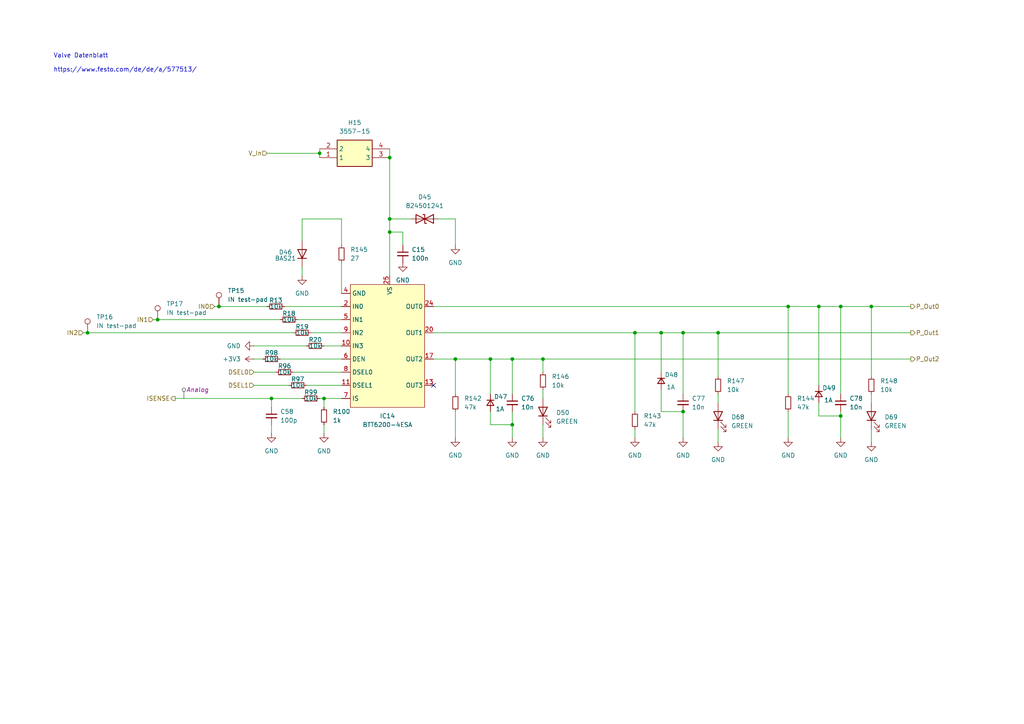
<source format=kicad_sch>
(kicad_sch (version 20231120) (generator "eeschema") (generator_version "8.0")
  (paper "A4")
  (title_block (title "PDU FT25") (date "2024-11-23") (rev "V1.1") (company "Janek Herm") (comment 1 "FaSTTUBe Electronics"))
  (lib_symbols
    (symbol "3557-15:3557-15"
      (property "Reference" "H" (at 16.51 7.62 0))
      (property "Value" "3557-15" (at 16.51 5.08 0))
      (symbol "3557-15_1_1"
        (rectangle (start 5.08 2.54) (end 15.24 -5.08) (stroke (width 0.254)) (fill (type background)))
        (pin passive line (at 0 -2.54 0) (length 5.08) (name "1") (number "1"))
        (pin passive line (at 0 0 0) (length 5.08) (name "2") (number "2"))
        (pin passive line (at 20.32 -2.54 180) (length 5.08) (name "3") (number "3"))
        (pin passive line (at 20.32 0 180) (length 5.08) (name "4") (number "4"))
      )
    )
    (symbol "Connector:TestPoint" (pin_numbers hide) (pin_names (offset 0.762) hide)
      (property "Reference" "TP" (at 0 6.858 0))
      (property "Value" "TestPoint" (at 0 5.08 0))
      (symbol "TestPoint_0_1"
        (circle (center 0 3.302) (radius 0.762))
      )
      (symbol "TestPoint_1_1"
        (pin passive line (at 0 0 90) (length 2.54) (name "1") (number "1"))
      )
    )
    (symbol "Device:C_Small" (pin_numbers hide) (pin_names (offset 0.254) hide)
      (property "Reference" "C" (at 0.254 1.778 0))
      (property "Value" "C_Small" (at 0.254 -2.032 0))
      (symbol "C_Small_0_1"
        (polyline (pts (xy -1.524 -0.508) (xy 1.524 -0.508)) (stroke (width 0.3302)))
        (polyline (pts (xy -1.524 0.508) (xy 1.524 0.508)) (stroke (width 0.3048)))
      )
      (symbol "C_Small_1_1"
        (pin passive line (at 0 2.54 270) (length 2.032) (name "~") (number "1"))
        (pin passive line (at 0 -2.54 90) (length 2.032) (name "~") (number "2"))
      )
    )
    (symbol "Device:D_Small" (pin_numbers hide) (pin_names (offset 0.254) hide)
      (property "Reference" "D" (at -1.27 2.032 0))
      (property "Value" "D_Small" (at -3.81 -2.032 0))
      (symbol "D_Small_0_1"
        (polyline (pts (xy -0.762 -1.016) (xy -0.762 1.016)) (stroke (width 0.254)))
        (polyline (pts (xy -0.762 0) (xy 0.762 0)))
        (polyline (pts (xy 0.762 -1.016) (xy -0.762 0) (xy 0.762 1.016) (xy 0.762 -1.016)) (stroke (width 0.254)))
      )
      (symbol "D_Small_1_1"
        (pin passive line (at -2.54 0 0) (length 1.778) (name "K") (number "1"))
        (pin passive line (at 2.54 0 180) (length 1.778) (name "A") (number "2"))
      )
    )
    (symbol "Device:D_TVS" (pin_numbers hide) (pin_names (offset 1.016) hide)
      (property "Reference" "D" (at 0 2.54 0))
      (property "Value" "D_TVS" (at 0 -2.54 0))
      (symbol "D_TVS_0_1"
        (polyline (pts (xy 1.27 0) (xy -1.27 0)))
        (polyline (pts (xy 0.508 1.27) (xy 0 1.27) (xy 0 -1.27) (xy -0.508 -1.27)) (stroke (width 0.254)))
        (polyline (pts (xy -2.54 1.27) (xy -2.54 -1.27) (xy 2.54 1.27) (xy 2.54 -1.27) (xy -2.54 1.27)) (stroke (width 0.254)))
      )
      (symbol "D_TVS_1_1"
        (pin passive line (at -3.81 0 0) (length 2.54) (name "A1") (number "1"))
        (pin passive line (at 3.81 0 180) (length 2.54) (name "A2") (number "2"))
      )
    )
    (symbol "Device:LED" (pin_numbers hide) (pin_names (offset 1.016) hide)
      (property "Reference" "D" (at 0 2.54 0))
      (property "Value" "LED" (at 0 -2.54 0))
      (symbol "LED_0_1"
        (polyline (pts (xy -1.27 -1.27) (xy -1.27 1.27)) (stroke (width 0.254)))
        (polyline (pts (xy -1.27 0) (xy 1.27 0)))
        (polyline (pts (xy 1.27 -1.27) (xy 1.27 1.27) (xy -1.27 0) (xy 1.27 -1.27)) (stroke (width 0.254)))
        (polyline (pts (xy -3.048 -0.762) (xy -4.572 -2.286) (xy -3.81 -2.286) (xy -4.572 -2.286) (xy -4.572 -1.524)))
        (polyline (pts (xy -1.778 -0.762) (xy -3.302 -2.286) (xy -2.54 -2.286) (xy -3.302 -2.286) (xy -3.302 -1.524)))
      )
      (symbol "LED_1_1"
        (pin passive line (at -3.81 0 0) (length 2.54) (name "K") (number "1"))
        (pin passive line (at 3.81 0 180) (length 2.54) (name "A") (number "2"))
      )
    )
    (symbol "Device:R_Small" (pin_numbers hide) (pin_names (offset 0.254) hide)
      (property "Reference" "R" (at 0.762 0.508 0))
      (property "Value" "R_Small" (at 0.762 -1.016 0))
      (symbol "R_Small_0_1"
        (rectangle (start -0.762 1.778) (end 0.762 -1.778) (stroke (width 0.2032)))
      )
      (symbol "R_Small_1_1"
        (pin passive line (at 0 2.54 270) (length 0.762) (name "~") (number "1"))
        (pin passive line (at 0 -2.54 90) (length 0.762) (name "~") (number "2"))
      )
    )
    (symbol "Diode:BAS21" (pin_numbers hide) (pin_names hide)
      (property "Reference" "D" (at 0 2.54 0))
      (property "Value" "BAS21" (at 0 -2.54 0))
      (symbol "BAS21_0_1"
        (polyline (pts (xy -1.27 1.27) (xy -1.27 -1.27)) (stroke (width 0.254)))
        (polyline (pts (xy 1.27 0) (xy -1.27 0)))
        (polyline (pts (xy 1.27 1.27) (xy 1.27 -1.27) (xy -1.27 0) (xy 1.27 1.27)) (stroke (width 0.254)))
      )
      (symbol "BAS21_1_1"
        (pin passive line (at 3.81 0 180) (length 2.54) (name "A") (number "1"))
        (pin no_connect line (at -1.27 0 0) (length 2.54) hide (name "NC") (number "2"))
        (pin passive line (at -3.81 0 0) (length 2.54) (name "K") (number "3"))
      )
    )
    (symbol "FaSTTUBe_Power-Switches:BTT6200-4ESA"
      (property "Reference" "IC" (at 0 -41.91 0))
      (property "Value" "BTT6200-4ESA" (at 0 -43.942 0))
      (symbol "BTT6200-4ESA_1_1"
        (rectangle (start -11.43 -5.08) (end 10.16 -40.64) (fill (type background)))
        (pin input line (at -13.97 -22.86 0) (length 2.54) (name "IN3") (number "10"))
        (pin input line (at -13.97 -34.29 0) (length 2.54) (name "DSEL1") (number "11"))
        (pin output line (at 12.7 -34.29 180) (length 2.54) (name "OUT3") (number "13"))
        (pin output line (at 12.7 -26.67 180) (length 2.54) (name "OUT2") (number "17"))
        (pin input line (at -13.97 -11.43 0) (length 2.54) (name "IN0") (number "2"))
        (pin output line (at 12.7 -19.05 180) (length 2.54) (name "OUT1") (number "20"))
        (pin output line (at 12.7 -11.43 180) (length 2.54) (name "OUT0") (number "24"))
        (pin passive line (at 0 -2.54 270) (length 2.54) (name "VS") (number "25"))
        (pin passive line (at -13.97 -7.62 0) (length 2.54) (name "GND") (number "4"))
        (pin input line (at -13.97 -15.24 0) (length 2.54) (name "IN1") (number "5"))
        (pin input line (at -13.97 -26.67 0) (length 2.54) (name "DEN") (number "6"))
        (pin input line (at -13.97 -38.1 0) (length 2.54) (name "IS") (number "7"))
        (pin input line (at -13.97 -30.48 0) (length 2.54) (name "DSEL0") (number "8"))
        (pin input line (at -13.97 -19.05 0) (length 2.54) (name "IN2") (number "9"))
      )
    )
    (symbol "power:+3V3" (power) (pin_numbers hide) (pin_names (offset 0) hide)
      (property "Value" "+3V3" (at 0 3.556 0))
      (symbol "+3V3_0_1"
        (polyline (pts (xy -0.762 1.27) (xy 0 2.54)))
        (polyline (pts (xy 0 0) (xy 0 2.54)))
        (polyline (pts (xy 0 2.54) (xy 0.762 1.27)))
      )
      (symbol "+3V3_1_1"
        (pin power_in line (at 0 0 90) (length 0) (name "~") (number "1"))
      )
    )
    (symbol "power:GND" (power) (pin_numbers hide) (pin_names (offset 0) hide)
      (property "Value" "GND" (at 0 -3.81 0))
      (symbol "GND_0_1"
        (polyline (pts (xy 0 0) (xy 0 -1.27) (xy 1.27 -1.27) (xy 0 -2.54) (xy -1.27 -1.27) (xy 0 -1.27)))
      )
      (symbol "GND_1_1"
        (pin power_in line (at 0 0 270) (length 0) (name "~") (number "1"))
      )
    )
  )
  (junction (at 93.98 115.57))
  (junction (at 243.84 88.9))
  (junction (at 208.28 96.52))
  (junction (at 237.49 88.9))
  (junction (at 198.12 119.38))
  (junction (at 113.03 45.72))
  (junction (at 45.72 92.71))
  (junction (at 252.73 88.9))
  (junction (at 157.48 104.14))
  (junction (at 184.15 96.52))
  (junction (at 142.24 104.14))
  (junction (at 148.59 104.14))
  (junction (at 148.59 123.19))
  (junction (at 113.03 63.5))
  (junction (at 78.74 115.57))
  (junction (at 191.77 96.52))
  (junction (at 63.5 88.9))
  (junction (at 132.08 104.14))
  (junction (at 198.12 96.52))
  (junction (at 243.84 120.65))
  (junction (at 25.4 96.52))
  (junction (at 228.6 88.9))
  (junction (at 113.03 67.31))
  (junction (at 92.71 44.45))
  (no_connect (at 125.73 111.76))
  (wire (pts (xy 116.84 71.12) (xy 116.84 67.31)))
  (wire (pts (xy 228.6 119.38) (xy 228.6 127)))
  (wire (pts (xy 252.73 124.46) (xy 252.73 128.27)))
  (wire (pts (xy 86.36 92.71) (xy 99.06 92.71)))
  (wire (pts (xy 87.63 77.47) (xy 87.63 80.01)))
  (wire (pts (xy 50.8 115.57) (xy 78.74 115.57)))
  (wire (pts (xy 184.15 124.46) (xy 184.15 127)))
  (wire (pts (xy 243.84 88.9) (xy 243.84 114.3)))
  (wire (pts (xy 252.73 88.9) (xy 252.73 109.22)))
  (wire (pts (xy 208.28 124.46) (xy 208.28 128.27)))
  (wire (pts (xy 148.59 119.38) (xy 148.59 123.19)))
  (wire (pts (xy 73.66 107.95) (xy 80.01 107.95)))
  (wire (pts (xy 191.77 113.03) (xy 191.77 119.38)))
  (wire (pts (xy 93.98 115.57) (xy 99.06 115.57)))
  (wire (pts (xy 142.24 104.14) (xy 148.59 104.14)))
  (wire (pts (xy 184.15 96.52) (xy 184.15 119.38)))
  (wire (pts (xy 237.49 120.65) (xy 243.84 120.65)))
  (wire (pts (xy 99.06 85.09) (xy 99.06 76.2)))
  (wire (pts (xy 148.59 104.14) (xy 157.48 104.14)))
  (wire (pts (xy 99.06 63.5) (xy 87.63 63.5)))
  (wire (pts (xy 73.66 111.76) (xy 83.82 111.76)))
  (wire (pts (xy 62.23 88.9) (xy 63.5 88.9)))
  (wire (pts (xy 157.48 104.14) (xy 157.48 107.95)))
  (wire (pts (xy 157.48 113.03) (xy 157.48 115.57)))
  (wire (pts (xy 243.84 88.9) (xy 252.73 88.9)))
  (wire (pts (xy 87.63 63.5) (xy 87.63 69.85)))
  (wire (pts (xy 243.84 120.65) (xy 243.84 127)))
  (wire (pts (xy 113.03 67.31) (xy 113.03 80.01)))
  (wire (pts (xy 125.73 96.52) (xy 184.15 96.52)))
  (wire (pts (xy 113.03 45.72) (xy 113.03 63.5)))
  (wire (pts (xy 113.03 63.5) (xy 119.38 63.5)))
  (wire (pts (xy 148.59 123.19) (xy 148.59 127)))
  (wire (pts (xy 198.12 96.52) (xy 208.28 96.52)))
  (wire (pts (xy 132.08 71.12) (xy 132.08 63.5)))
  (wire (pts (xy 77.47 44.45) (xy 92.71 44.45)))
  (wire (pts (xy 132.08 119.38) (xy 132.08 127)))
  (wire (pts (xy 93.98 100.33) (xy 99.06 100.33)))
  (wire (pts (xy 191.77 96.52) (xy 184.15 96.52)))
  (wire (pts (xy 45.72 92.71) (xy 81.28 92.71)))
  (wire (pts (xy 113.03 63.5) (xy 113.03 67.31)))
  (wire (pts (xy 81.28 104.14) (xy 99.06 104.14)))
  (wire (pts (xy 73.66 100.33) (xy 88.9 100.33)))
  (wire (pts (xy 237.49 88.9) (xy 237.49 111.76)))
  (wire (pts (xy 78.74 123.19) (xy 78.74 125.73)))
  (wire (pts (xy 208.28 96.52) (xy 264.16 96.52)))
  (wire (pts (xy 208.28 114.3) (xy 208.28 116.84)))
  (wire (pts (xy 92.71 43.18) (xy 92.71 44.45)))
  (wire (pts (xy 198.12 96.52) (xy 198.12 114.3)))
  (wire (pts (xy 191.77 119.38) (xy 198.12 119.38)))
  (wire (pts (xy 63.5 88.9) (xy 77.47 88.9)))
  (wire (pts (xy 157.48 104.14) (xy 264.16 104.14)))
  (wire (pts (xy 252.73 88.9) (xy 264.16 88.9)))
  (wire (pts (xy 125.73 88.9) (xy 228.6 88.9)))
  (wire (pts (xy 142.24 104.14) (xy 142.24 114.3)))
  (wire (pts (xy 191.77 96.52) (xy 191.77 107.95)))
  (wire (pts (xy 157.48 123.19) (xy 157.48 127)))
  (wire (pts (xy 116.84 67.31) (xy 113.03 67.31)))
  (wire (pts (xy 228.6 88.9) (xy 237.49 88.9)))
  (wire (pts (xy 78.74 115.57) (xy 87.63 115.57)))
  (wire (pts (xy 44.45 92.71) (xy 45.72 92.71)))
  (wire (pts (xy 142.24 123.19) (xy 148.59 123.19)))
  (wire (pts (xy 92.71 115.57) (xy 93.98 115.57)))
  (wire (pts (xy 208.28 96.52) (xy 208.28 109.22)))
  (wire (pts (xy 125.73 104.14) (xy 132.08 104.14)))
  (wire (pts (xy 113.03 43.18) (xy 113.03 45.72)))
  (wire (pts (xy 198.12 119.38) (xy 198.12 127)))
  (wire (pts (xy 252.73 114.3) (xy 252.73 116.84)))
  (wire (pts (xy 99.06 71.12) (xy 99.06 63.5)))
  (wire (pts (xy 85.09 107.95) (xy 99.06 107.95)))
  (wire (pts (xy 148.59 104.14) (xy 148.59 114.3)))
  (wire (pts (xy 228.6 88.9) (xy 228.6 114.3)))
  (wire (pts (xy 82.55 88.9) (xy 99.06 88.9)))
  (wire (pts (xy 93.98 115.57) (xy 93.98 118.11)))
  (wire (pts (xy 93.98 123.19) (xy 93.98 125.73)))
  (wire (pts (xy 92.71 44.45) (xy 92.71 45.72)))
  (wire (pts (xy 237.49 116.84) (xy 237.49 120.65)))
  (wire (pts (xy 73.66 104.14) (xy 76.2 104.14)))
  (wire (pts (xy 90.17 96.52) (xy 99.06 96.52)))
  (wire (pts (xy 88.9 111.76) (xy 99.06 111.76)))
  (wire (pts (xy 25.4 96.52) (xy 85.09 96.52)))
  (wire (pts (xy 243.84 119.38) (xy 243.84 120.65)))
  (wire (pts (xy 142.24 119.38) (xy 142.24 123.19)))
  (wire (pts (xy 132.08 104.14) (xy 142.24 104.14)))
  (wire (pts (xy 132.08 63.5) (xy 127 63.5)))
  (wire (pts (xy 191.77 96.52) (xy 198.12 96.52)))
  (wire (pts (xy 132.08 104.14) (xy 132.08 114.3)))
  (wire (pts (xy 24.13 96.52) (xy 25.4 96.52)))
  (wire (pts (xy 237.49 88.9) (xy 243.84 88.9)))
  (wire (pts (xy 78.74 115.57) (xy 78.74 118.11)))
  (text "Valve Datenblatt\n\nhttps://www.festo.com/de/de/a/577513/" (at 15.494 18.288 0) (effects (font (size 1.27 1.27)) (justify left)))
  (hierarchical_label "ISENSE" (shape output) (at 50.8 115.57 180))
  (hierarchical_label "P_Out2" (shape output) (at 264.16 104.14 0))
  (hierarchical_label "DSEL1" (shape input) (at 73.66 111.76 180))
  (hierarchical_label "IN0" (shape input) (at 62.23 88.9 180))
  (hierarchical_label "DSEL0" (shape input) (at 73.66 107.95 180))
  (hierarchical_label "IN1" (shape input) (at 44.45 92.71 180))
  (hierarchical_label "P_Out1" (shape output) (at 264.16 96.52 0))
  (hierarchical_label "P_Out0" (shape output) (at 264.16 88.9 0))
  (hierarchical_label "IN2" (shape input) (at 24.13 96.52 180))
  (hierarchical_label "V_In" (shape input) (at 77.47 44.45 180))
  (netclass_flag "" (length 2.54) (shape round) (at 53.34 115.57 0) (property "Netclass" "Analog" (at 54.0385 113.03 0) (effects (font (italic yes)) (justify left))))
  (symbol (lib_id "power:GND") (at 116.84 76.2 0) (unit 1)
    (property "Reference" "#PWR023" (effects (hide yes)))
    (property "Value" "GND" (at 116.84 81.28 0))
    (property "Description" "Power symbol creates a global label with name \"GND\" , ground" (effects (hide yes)))
  )
  (symbol (lib_id "Diode:BAS21") (at 87.63 73.66 90) (unit 1)
    (property "Reference" "D46" (at 82.804 73.152 90))
    (property "Value" "BAS21" (at 82.804 74.93 90))
    (property "Footprint" "Package_TO_SOT_SMD:SOT-23" (effects (hide yes)))
    (property "Datasheet" "https://www.diodes.com/assets/Datasheets/Ds12004.pdf" (effects (hide yes)))
    (property "Description" "250V, 0.4A, High-speed Switching Diode, SOT-23" (effects (hide yes)))
  )
  (symbol (lib_id "Device:C_Small") (at 78.74 120.65 0) (unit 1)
    (property "Reference" "C58" (at 81.28 119.3862 0) (effects (justify left)))
    (property "Value" "100p" (at 81.28 121.9262 0) (effects (justify left)))
    (property "Footprint" "Capacitor_SMD:C_0603_1608Metric" (effects (hide yes)))
    (property "Description" "Unpolarized capacitor, small symbol" (effects (hide yes)))
  )
  (symbol (lib_id "power:GND") (at 73.66 100.33 270) (unit 1)
    (property "Reference" "#PWR033" (effects (hide yes)))
    (property "Value" "GND" (at 69.85 100.3299 90) (effects (justify right)))
    (property "Description" "Power symbol creates a global label with name \"GND\" , ground" (effects (hide yes)))
  )
  (symbol (lib_id "power:GND") (at 184.15 127 0) (unit 1)
    (property "Reference" "#PWR042" (effects (hide yes)))
    (property "Value" "GND" (at 184.15 132.08 0))
    (property "Description" "Power symbol creates a global label with name \"GND\" , ground" (effects (hide yes)))
  )
  (symbol (lib_id "Connector:TestPoint") (at 63.5 88.9 0) (unit 1)
    (property "Reference" "TP15" (at 66.04 84.3279 0) (effects (justify left)))
    (property "Value" "IN test-pad" (at 66.04 86.8679 0) (effects (justify left)))
    (property "Footprint" "5025:5025" (effects (hide yes)))
    (property "Description" "test point" (effects (hide yes)))
  )
  (symbol (lib_id "power:GND") (at 252.73 128.27 0) (unit 1)
    (property "Reference" "#PWR0200" (effects (hide yes)))
    (property "Value" "GND" (at 252.73 133.35 0))
    (property "Description" "Power symbol creates a global label with name \"GND\" , ground" (effects (hide yes)))
  )
  (symbol (lib_id "Device:R_Small") (at 91.44 100.33 90) (unit 1)
    (property "Reference" "R20" (at 91.44 98.552 90))
    (property "Value" "10k" (at 91.44 100.33 90))
    (property "Footprint" "Resistor_SMD:R_0603_1608Metric" (effects (hide yes)))
    (property "Description" "Resistor, small symbol" (effects (hide yes)))
  )
  (symbol (lib_id "Device:R_Small") (at 83.82 92.71 90) (unit 1)
    (property "Reference" "R18" (at 83.82 90.932 90))
    (property "Value" "10k" (at 83.82 92.71 90))
    (property "Footprint" "Resistor_SMD:R_0603_1608Metric" (effects (hide yes)))
    (property "Description" "Resistor, small symbol" (effects (hide yes)))
  )
  (symbol (lib_id "FaSTTUBe_Power-Switches:BTT6200-4ESA") (at 113.03 77.47 0) (unit 1)
    (property "Reference" "IC14" (at 112.395 120.65 0))
    (property "Value" "BTT6200-4ESA" (at 112.395 123.19 0))
    (property "Footprint" "BTT6200-4ESA:SOP65P600X115-25N" (effects (hide yes)))
    (property "Datasheet" "https://www.infineon.com/dgdl/Infineon-BTT6200-4ESA-DS-v01_00-EN.pdf?fileId=5546d46269e1c019016a22035b660d8d" (effects (hide yes)))
  )
  (symbol (lib_id "Device:R_Small") (at 78.74 104.14 90) (unit 1)
    (property "Reference" "R98" (at 78.74 102.362 90))
    (property "Value" "10k" (at 78.74 104.14 90))
    (property "Footprint" "Resistor_SMD:R_0603_1608Metric" (effects (hide yes)))
    (property "Description" "Resistor, small symbol" (effects (hide yes)))
  )
  (symbol (lib_id "Device:C_Small") (at 198.12 116.84 0) (unit 1)
    (property "Reference" "C77" (at 200.66 115.5762 0) (effects (justify left)))
    (property "Value" "10n" (at 200.66 118.1162 0) (effects (justify left)))
    (property "Footprint" "Capacitor_SMD:C_0603_1608Metric" (effects (hide yes)))
    (property "Description" "Unpolarized capacitor, small symbol" (effects (hide yes)))
  )
  (symbol (lib_id "Device:R_Small") (at 184.15 121.92 0) (unit 1)
    (property "Reference" "R143" (at 186.69 120.6499 0) (effects (justify left)))
    (property "Value" "47k" (at 186.69 123.1899 0) (effects (justify left)))
    (property "Footprint" "Resistor_SMD:R_0603_1608Metric" (effects (hide yes)))
    (property "Description" "Resistor, small symbol" (effects (hide yes)))
  )
  (symbol (lib_id "power:GND") (at 148.59 127 0) (unit 1)
    (property "Reference" "#PWR041" (effects (hide yes)))
    (property "Value" "GND" (at 148.59 132.08 0))
    (property "Description" "Power symbol creates a global label with name \"GND\" , ground" (effects (hide yes)))
  )
  (symbol (lib_id "Device:C_Small") (at 148.59 116.84 0) (unit 1)
    (property "Reference" "C76" (at 151.13 115.5762 0) (effects (justify left)))
    (property "Value" "10n" (at 151.13 118.1162 0) (effects (justify left)))
    (property "Footprint" "Capacitor_SMD:C_0603_1608Metric" (effects (hide yes)))
    (property "Description" "Unpolarized capacitor, small symbol" (effects (hide yes)))
  )
  (symbol (lib_id "power:GND") (at 243.84 127 0) (unit 1)
    (property "Reference" "#PWR0152" (effects (hide yes)))
    (property "Value" "GND" (at 243.84 132.08 0))
    (property "Description" "Power symbol creates a global label with name \"GND\" , ground" (effects (hide yes)))
  )
  (symbol (lib_id "Device:R_Small") (at 208.28 111.76 0) (unit 1)
    (property "Reference" "R147" (at 210.82 110.4899 0) (effects (justify left)))
    (property "Value" "10k" (at 210.82 113.0299 0) (effects (justify left)))
    (property "Footprint" "Resistor_SMD:R_0603_1608Metric" (effects (hide yes)))
    (property "Description" "Resistor, small symbol" (effects (hide yes)))
  )
  (symbol (lib_id "Device:C_Small") (at 243.84 116.84 0) (unit 1)
    (property "Reference" "C78" (at 246.38 115.5762 0) (effects (justify left)))
    (property "Value" "10n" (at 246.38 118.1162 0) (effects (justify left)))
    (property "Footprint" "Capacitor_SMD:C_0603_1608Metric" (effects (hide yes)))
    (property "Description" "Unpolarized capacitor, small symbol" (effects (hide yes)))
  )
  (symbol (lib_id "Device:R_Small") (at 132.08 116.84 0) (unit 1)
    (property "Reference" "R142" (at 134.62 115.5699 0) (effects (justify left)))
    (property "Value" "47k" (at 134.62 118.1099 0) (effects (justify left)))
    (property "Footprint" "Resistor_SMD:R_0603_1608Metric" (effects (hide yes)))
    (property "Description" "Resistor, small symbol" (effects (hide yes)))
  )
  (symbol (lib_id "power:+3V3") (at 73.66 104.14 90) (unit 1)
    (property "Reference" "#PWR026" (effects (hide yes)))
    (property "Value" "+3V3" (at 69.85 104.1399 90) (effects (justify left)))
    (property "Description" "Power symbol creates a global label with name \"+3V3\"" (effects (hide yes)))
  )
  (symbol (lib_id "Device:D_Small") (at 237.49 114.3 270) (unit 1)
    (property "Reference" "D49" (at 238.506 112.5219 90) (effects (justify left)))
    (property "Value" "1A" (at 239.014 116.0779 90) (effects (justify left)))
    (property "Footprint" "Diode_SMD:D_SOD-123F" (effects (hide yes)))
    (property "Datasheet" "https://www.mouser.de/datasheet/2/389/stpst1h100-3107187.pdf" (effects (hide yes)))
    (property "Description" "Diode, small symbol" (effects (hide yes)))
    (property "Sim.Device" "D" (effects (hide yes)))
    (property "Sim.Pins" "1=K 2=A" (effects (hide yes)))
  )
  (symbol (lib_id "Device:D_Small") (at 191.77 110.49 270) (unit 1)
    (property "Reference" "D48" (at 192.786 108.7119 90) (effects (justify left)))
    (property "Value" "1A" (at 193.294 112.2679 90) (effects (justify left)))
    (property "Footprint" "Diode_SMD:D_SOD-123F" (effects (hide yes)))
    (property "Datasheet" "https://www.mouser.de/datasheet/2/389/stpst1h100-3107187.pdf" (effects (hide yes)))
    (property "Description" "Diode, small symbol" (effects (hide yes)))
    (property "Sim.Device" "D" (effects (hide yes)))
    (property "Sim.Pins" "1=K 2=A" (effects (hide yes)))
  )
  (symbol (lib_id "power:GND") (at 157.48 127 0) (unit 1)
    (property "Reference" "#PWR0198" (effects (hide yes)))
    (property "Value" "GND" (at 157.48 132.08 0))
    (property "Description" "Power symbol creates a global label with name \"GND\" , ground" (effects (hide yes)))
  )
  (symbol (lib_id "Device:R_Small") (at 228.6 116.84 0) (unit 1)
    (property "Reference" "R144" (at 231.14 115.5699 0) (effects (justify left)))
    (property "Value" "47k" (at 231.14 118.1099 0) (effects (justify left)))
    (property "Footprint" "Resistor_SMD:R_0603_1608Metric" (effects (hide yes)))
    (property "Description" "Resistor, small symbol" (effects (hide yes)))
  )
  (symbol (lib_id "Device:LED") (at 252.73 120.65 90) (unit 1)
    (property "Reference" "D69" (at 256.54 120.9674 90) (effects (justify right)))
    (property "Value" "GREEN" (at 256.54 123.5074 90) (effects (justify right)))
    (property "Footprint" "LED_SMD:LED_0603_1608Metric" (effects (hide yes)))
    (property "Datasheet" "https://www.we-online.com/components/products/datasheet/150060VS75000.pdf" (effects (hide yes)))
    (property "Description" "Light emitting diode" (effects (hide yes)))
    (property "MPR" "150060VS75000" (effects (hide yes)))
  )
  (symbol (lib_id "Device:R_Small") (at 93.98 120.65 180) (unit 1)
    (property "Reference" "R100" (at 96.52 119.3799 0) (effects (justify right)))
    (property "Value" "1k" (at 96.52 121.9199 0) (effects (justify right)))
    (property "Footprint" "Resistor_SMD:R_0603_1608Metric" (effects (hide yes)))
    (property "Description" "Resistor, small symbol" (effects (hide yes)))
  )
  (symbol (lib_id "Device:R_Small") (at 90.17 115.57 90) (unit 1)
    (property "Reference" "R99" (at 90.17 113.792 90))
    (property "Value" "10k" (at 90.17 115.57 90))
    (property "Footprint" "Resistor_SMD:R_0603_1608Metric" (effects (hide yes)))
    (property "Description" "Resistor, small symbol" (effects (hide yes)))
  )
  (symbol (lib_id "Device:R_Small") (at 252.73 111.76 0) (unit 1)
    (property "Reference" "R148" (at 255.27 110.4899 0) (effects (justify left)))
    (property "Value" "10k" (at 255.27 113.0299 0) (effects (justify left)))
    (property "Footprint" "Resistor_SMD:R_0603_1608Metric" (effects (hide yes)))
    (property "Description" "Resistor, small symbol" (effects (hide yes)))
  )
  (symbol (lib_id "Device:LED") (at 157.48 119.38 90) (unit 1)
    (property "Reference" "D50" (at 161.29 119.6974 90) (effects (justify right)))
    (property "Value" "GREEN" (at 161.29 122.2374 90) (effects (justify right)))
    (property "Footprint" "LED_SMD:LED_0603_1608Metric" (effects (hide yes)))
    (property "Datasheet" "https://www.we-online.com/components/products/datasheet/150060VS75000.pdf" (effects (hide yes)))
    (property "Description" "Light emitting diode" (effects (hide yes)))
    (property "MPR" "150060VS75000" (effects (hide yes)))
  )
  (symbol (lib_id "power:GND") (at 208.28 128.27 0) (unit 1)
    (property "Reference" "#PWR0199" (effects (hide yes)))
    (property "Value" "GND" (at 208.28 133.35 0))
    (property "Description" "Power symbol creates a global label with name \"GND\" , ground" (effects (hide yes)))
  )
  (symbol (lib_id "Device:R_Small") (at 82.55 107.95 90) (unit 1)
    (property "Reference" "R96" (at 82.55 106.172 90))
    (property "Value" "10k" (at 82.55 107.95 90))
    (property "Footprint" "Resistor_SMD:R_0603_1608Metric" (effects (hide yes)))
    (property "Description" "Resistor, small symbol" (effects (hide yes)))
  )
  (symbol (lib_id "Connector:TestPoint") (at 45.72 92.71 0) (unit 1)
    (property "Reference" "TP17" (at 48.26 88.1379 0) (effects (justify left)))
    (property "Value" "IN test-pad" (at 48.26 90.6779 0) (effects (justify left)))
    (property "Footprint" "5025:5025" (effects (hide yes)))
    (property "Description" "test point" (effects (hide yes)))
  )
  (symbol (lib_id "power:GND") (at 78.74 125.73 0) (unit 1)
    (property "Reference" "#PWR032" (effects (hide yes)))
    (property "Value" "GND" (at 78.74 130.81 0))
    (property "Description" "Power symbol creates a global label with name \"GND\" , ground" (effects (hide yes)))
  )
  (symbol (lib_id "Device:R_Small") (at 99.06 73.66 0) (unit 1)
    (property "Reference" "R145" (at 101.6 72.3899 0) (effects (justify left)))
    (property "Value" "27" (at 101.6 74.9299 0) (effects (justify left)))
    (property "Footprint" "Resistor_SMD:R_0603_1608Metric" (effects (hide yes)))
    (property "Description" "Resistor, small symbol" (effects (hide yes)))
  )
  (symbol (lib_id "Connector:TestPoint") (at 25.4 96.52 0) (unit 1)
    (property "Reference" "TP16" (at 27.94 91.9479 0) (effects (justify left)))
    (property "Value" "IN test-pad" (at 27.94 94.4879 0) (effects (justify left)))
    (property "Footprint" "5025:5025" (effects (hide yes)))
    (property "Description" "test point" (effects (hide yes)))
  )
  (symbol (lib_id "Device:R_Small") (at 157.48 110.49 0) (unit 1)
    (property "Reference" "R146" (at 160.02 109.2199 0) (effects (justify left)))
    (property "Value" "10k" (at 160.02 111.7599 0) (effects (justify left)))
    (property "Footprint" "Resistor_SMD:R_0603_1608Metric" (effects (hide yes)))
    (property "Description" "Resistor, small symbol" (effects (hide yes)))
  )
  (symbol (lib_id "Device:R_Small") (at 86.36 111.76 90) (unit 1)
    (property "Reference" "R97" (at 86.36 109.982 90))
    (property "Value" "10k" (at 86.36 111.76 90))
    (property "Footprint" "Resistor_SMD:R_0603_1608Metric" (effects (hide yes)))
    (property "Description" "Resistor, small symbol" (effects (hide yes)))
  )
  (symbol (lib_id "power:GND") (at 132.08 71.12 0) (unit 1)
    (property "Reference" "#PWR025" (effects (hide yes)))
    (property "Value" "GND" (at 132.08 76.2 0))
    (property "Description" "Power symbol creates a global label with name \"GND\" , ground" (effects (hide yes)))
  )
  (symbol (lib_id "power:GND") (at 228.6 127 0) (unit 1)
    (property "Reference" "#PWR0151" (effects (hide yes)))
    (property "Value" "GND" (at 228.6 132.08 0))
    (property "Description" "Power symbol creates a global label with name \"GND\" , ground" (effects (hide yes)))
  )
  (symbol (lib_id "Device:D_Small") (at 142.24 116.84 270) (unit 1)
    (property "Reference" "D47" (at 143.256 115.0619 90) (effects (justify left)))
    (property "Value" "1A" (at 143.764 118.6179 90) (effects (justify left)))
    (property "Footprint" "Diode_SMD:D_SOD-123F" (effects (hide yes)))
    (property "Datasheet" "https://www.mouser.de/datasheet/2/389/stpst1h100-3107187.pdf" (effects (hide yes)))
    (property "Description" "Diode, small symbol" (effects (hide yes)))
    (property "Sim.Device" "D" (effects (hide yes)))
    (property "Sim.Pins" "1=K 2=A" (effects (hide yes)))
  )
  (symbol (lib_id "power:GND") (at 93.98 125.73 0) (unit 1)
    (property "Reference" "#PWR027" (effects (hide yes)))
    (property "Value" "GND" (at 93.98 130.81 0))
    (property "Description" "Power symbol creates a global label with name \"GND\" , ground" (effects (hide yes)))
  )
  (symbol (lib_id "power:GND") (at 87.63 80.01 0) (unit 1)
    (property "Reference" "#PWR0153" (effects (hide yes)))
    (property "Value" "GND" (at 87.63 85.09 0))
    (property "Description" "Power symbol creates a global label with name \"GND\" , ground" (effects (hide yes)))
  )
  (symbol (lib_id "Device:LED") (at 208.28 120.65 90) (unit 1)
    (property "Reference" "D68" (at 212.09 120.9674 90) (effects (justify right)))
    (property "Value" "GREEN" (at 212.09 123.5074 90) (effects (justify right)))
    (property "Footprint" "LED_SMD:LED_0603_1608Metric" (effects (hide yes)))
    (property "Datasheet" "https://www.we-online.com/components/products/datasheet/150060VS75000.pdf" (effects (hide yes)))
    (property "Description" "Light emitting diode" (effects (hide yes)))
    (property "MPR" "150060VS75000" (effects (hide yes)))
  )
  (symbol (lib_id "Device:R_Small") (at 87.63 96.52 90) (unit 1)
    (property "Reference" "R19" (at 87.63 94.742 90))
    (property "Value" "10k" (at 87.63 96.52 90))
    (property "Footprint" "Resistor_SMD:R_0603_1608Metric" (effects (hide yes)))
    (property "Description" "Resistor, small symbol" (effects (hide yes)))
  )
  (symbol (lib_id "3557-15:3557-15") (at 92.71 43.18 0) (unit 1)
    (property "Reference" "H15" (at 102.87 35.56 0))
    (property "Value" "3557-15" (at 102.87 38.1 0))
    (property "Footprint" "3557-15:355715" (effects (hide yes)))
    (property "Datasheet" "https://www.keyelco.com/product-pdf.cfm?p=14225" (effects (hide yes)))
    (property "Description" "Fuse Holder T/H 2 IN 1 AUTO BLDE HOLDER, BLUE 15A" (effects (hide yes)))
    (property "Height" "7.5" (effects (hide yes)))
    (property "Mouser Part Number" "534-3557-15" (effects (hide yes)))
    (property "Mouser Price/Stock" "https://www.mouser.co.uk/ProductDetail/Keystone-Electronics/3557-15?qs=iR2ablhfrmFh8obBV91Xhg%3D%3D" (effects (hide yes)))
    (property "Manufacturer_Name" "Keystone Electronics" (effects (hide yes)))
    (property "Manufacturer_Part_Number" "3557-15" (effects (hide yes)))
  )
  (symbol (lib_id "power:GND") (at 132.08 127 0) (unit 1)
    (property "Reference" "#PWR039" (effects (hide yes)))
    (property "Value" "GND" (at 132.08 132.08 0))
    (property "Description" "Power symbol creates a global label with name \"GND\" , ground" (effects (hide yes)))
  )
  (symbol (lib_id "Device:R_Small") (at 80.01 88.9 90) (unit 1)
    (property "Reference" "R13" (at 80.01 87.122 90))
    (property "Value" "10k" (at 80.01 88.9 90))
    (property "Footprint" "Resistor_SMD:R_0603_1608Metric" (effects (hide yes)))
    (property "Description" "Resistor, small symbol" (effects (hide yes)))
  )
  (symbol (lib_id "Device:D_TVS") (at 123.19 63.5 0) (mirror y) (unit 1)
    (property "Reference" "D45" (at 123.19 57.15 0))
    (property "Value" "824501241" (at 123.19 59.69 0))
    (property "Footprint" "824501241:DIOM5127X250N" (effects (hide yes)))
    (property "Datasheet" "https://www.we-online.com/components/products/datasheet/824501241.pdf" (effects (hide yes)))
    (property "Description" "Bidirectional transient-voltage-suppression diode" (effects (hide yes)))
  )
  (symbol (lib_id "power:GND") (at 198.12 127 0) (unit 1)
    (property "Reference" "#PWR043" (effects (hide yes)))
    (property "Value" "GND" (at 198.12 132.08 0))
    (property "Description" "Power symbol creates a global label with name \"GND\" , ground" (effects (hide yes)))
  )
  (symbol (lib_id "Device:C_Small") (at 116.84 73.66 0) (unit 1)
    (property "Reference" "C15" (at 119.38 72.3962 0) (effects (justify left)))
    (property "Value" "100n" (at 119.38 74.9362 0) (effects (justify left)))
    (property "Footprint" "Capacitor_SMD:C_0603_1608Metric" (effects (hide yes)))
    (property "Description" "Unpolarized capacitor, small symbol" (effects (hide yes)))
  )
)
</source>
